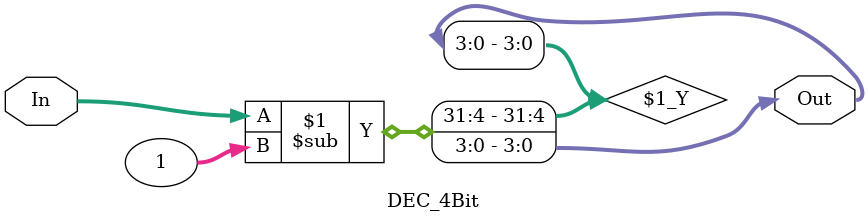
<source format=sv>
module INC_2Bit(input [1:0] In, output [1:0] Out);
    assign  Out = In + 1;
endmodule

module INC_4Bit(input [3:0] In, output [3:0] Out);
    assign  Out = In + 1;
endmodule

module DEC_4Bit(input [3:0] In, output [3:0] Out);
    assign Out = In - 1;
endmodule
</source>
